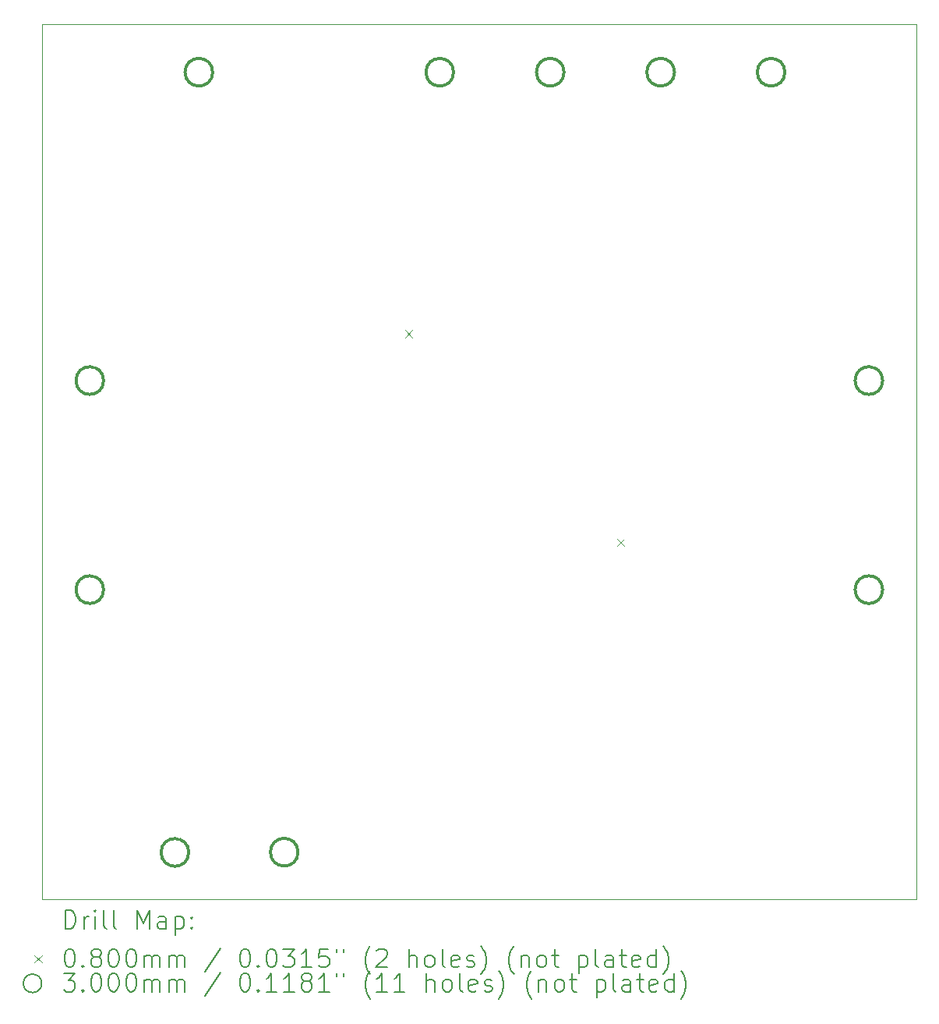
<source format=gbr>
%FSLAX45Y45*%
G04 Gerber Fmt 4.5, Leading zero omitted, Abs format (unit mm)*
G04 Created by KiCad (PCBNEW (6.0.6)) date 2023-04-23 20:48:18*
%MOMM*%
%LPD*%
G01*
G04 APERTURE LIST*
%TA.AperFunction,Profile*%
%ADD10C,0.100000*%
%TD*%
%ADD11C,0.200000*%
%ADD12C,0.080000*%
%ADD13C,0.300000*%
G04 APERTURE END LIST*
D10*
X5000000Y-14500000D02*
X5000000Y-5000000D01*
X14500000Y-5000000D02*
X14500000Y-14500000D01*
X5000000Y-14500000D02*
X14500000Y-14500000D01*
X14500000Y-5000000D02*
X5000000Y-5000000D01*
D11*
D12*
X8945000Y-8317500D02*
X9025000Y-8397500D01*
X9025000Y-8317500D02*
X8945000Y-8397500D01*
X11247500Y-10582500D02*
X11327500Y-10662500D01*
X11327500Y-10582500D02*
X11247500Y-10662500D01*
D13*
X5667500Y-8865000D02*
G75*
G03*
X5667500Y-8865000I-150000J0D01*
G01*
X5667500Y-11135000D02*
G75*
G03*
X5667500Y-11135000I-150000J0D01*
G01*
X6592500Y-13987500D02*
G75*
G03*
X6592500Y-13987500I-150000J0D01*
G01*
X6852500Y-5517500D02*
G75*
G03*
X6852500Y-5517500I-150000J0D01*
G01*
X7780000Y-13985000D02*
G75*
G03*
X7780000Y-13985000I-150000J0D01*
G01*
X9470000Y-5517500D02*
G75*
G03*
X9470000Y-5517500I-150000J0D01*
G01*
X10670000Y-5517500D02*
G75*
G03*
X10670000Y-5517500I-150000J0D01*
G01*
X11870000Y-5517500D02*
G75*
G03*
X11870000Y-5517500I-150000J0D01*
G01*
X13070000Y-5517500D02*
G75*
G03*
X13070000Y-5517500I-150000J0D01*
G01*
X14132500Y-8865000D02*
G75*
G03*
X14132500Y-8865000I-150000J0D01*
G01*
X14132500Y-11135000D02*
G75*
G03*
X14132500Y-11135000I-150000J0D01*
G01*
D11*
X5252619Y-14815476D02*
X5252619Y-14615476D01*
X5300238Y-14615476D01*
X5328810Y-14625000D01*
X5347857Y-14644048D01*
X5357381Y-14663095D01*
X5366905Y-14701190D01*
X5366905Y-14729762D01*
X5357381Y-14767857D01*
X5347857Y-14786905D01*
X5328810Y-14805952D01*
X5300238Y-14815476D01*
X5252619Y-14815476D01*
X5452619Y-14815476D02*
X5452619Y-14682143D01*
X5452619Y-14720238D02*
X5462143Y-14701190D01*
X5471667Y-14691667D01*
X5490714Y-14682143D01*
X5509762Y-14682143D01*
X5576429Y-14815476D02*
X5576429Y-14682143D01*
X5576429Y-14615476D02*
X5566905Y-14625000D01*
X5576429Y-14634524D01*
X5585952Y-14625000D01*
X5576429Y-14615476D01*
X5576429Y-14634524D01*
X5700238Y-14815476D02*
X5681190Y-14805952D01*
X5671667Y-14786905D01*
X5671667Y-14615476D01*
X5805000Y-14815476D02*
X5785952Y-14805952D01*
X5776428Y-14786905D01*
X5776428Y-14615476D01*
X6033571Y-14815476D02*
X6033571Y-14615476D01*
X6100238Y-14758333D01*
X6166905Y-14615476D01*
X6166905Y-14815476D01*
X6347857Y-14815476D02*
X6347857Y-14710714D01*
X6338333Y-14691667D01*
X6319286Y-14682143D01*
X6281190Y-14682143D01*
X6262143Y-14691667D01*
X6347857Y-14805952D02*
X6328809Y-14815476D01*
X6281190Y-14815476D01*
X6262143Y-14805952D01*
X6252619Y-14786905D01*
X6252619Y-14767857D01*
X6262143Y-14748809D01*
X6281190Y-14739286D01*
X6328809Y-14739286D01*
X6347857Y-14729762D01*
X6443095Y-14682143D02*
X6443095Y-14882143D01*
X6443095Y-14691667D02*
X6462143Y-14682143D01*
X6500238Y-14682143D01*
X6519286Y-14691667D01*
X6528809Y-14701190D01*
X6538333Y-14720238D01*
X6538333Y-14777381D01*
X6528809Y-14796428D01*
X6519286Y-14805952D01*
X6500238Y-14815476D01*
X6462143Y-14815476D01*
X6443095Y-14805952D01*
X6624048Y-14796428D02*
X6633571Y-14805952D01*
X6624048Y-14815476D01*
X6614524Y-14805952D01*
X6624048Y-14796428D01*
X6624048Y-14815476D01*
X6624048Y-14691667D02*
X6633571Y-14701190D01*
X6624048Y-14710714D01*
X6614524Y-14701190D01*
X6624048Y-14691667D01*
X6624048Y-14710714D01*
D12*
X4915000Y-15105000D02*
X4995000Y-15185000D01*
X4995000Y-15105000D02*
X4915000Y-15185000D01*
D11*
X5290714Y-15035476D02*
X5309762Y-15035476D01*
X5328810Y-15045000D01*
X5338333Y-15054524D01*
X5347857Y-15073571D01*
X5357381Y-15111667D01*
X5357381Y-15159286D01*
X5347857Y-15197381D01*
X5338333Y-15216428D01*
X5328810Y-15225952D01*
X5309762Y-15235476D01*
X5290714Y-15235476D01*
X5271667Y-15225952D01*
X5262143Y-15216428D01*
X5252619Y-15197381D01*
X5243095Y-15159286D01*
X5243095Y-15111667D01*
X5252619Y-15073571D01*
X5262143Y-15054524D01*
X5271667Y-15045000D01*
X5290714Y-15035476D01*
X5443095Y-15216428D02*
X5452619Y-15225952D01*
X5443095Y-15235476D01*
X5433571Y-15225952D01*
X5443095Y-15216428D01*
X5443095Y-15235476D01*
X5566905Y-15121190D02*
X5547857Y-15111667D01*
X5538333Y-15102143D01*
X5528810Y-15083095D01*
X5528810Y-15073571D01*
X5538333Y-15054524D01*
X5547857Y-15045000D01*
X5566905Y-15035476D01*
X5605000Y-15035476D01*
X5624048Y-15045000D01*
X5633571Y-15054524D01*
X5643095Y-15073571D01*
X5643095Y-15083095D01*
X5633571Y-15102143D01*
X5624048Y-15111667D01*
X5605000Y-15121190D01*
X5566905Y-15121190D01*
X5547857Y-15130714D01*
X5538333Y-15140238D01*
X5528810Y-15159286D01*
X5528810Y-15197381D01*
X5538333Y-15216428D01*
X5547857Y-15225952D01*
X5566905Y-15235476D01*
X5605000Y-15235476D01*
X5624048Y-15225952D01*
X5633571Y-15216428D01*
X5643095Y-15197381D01*
X5643095Y-15159286D01*
X5633571Y-15140238D01*
X5624048Y-15130714D01*
X5605000Y-15121190D01*
X5766905Y-15035476D02*
X5785952Y-15035476D01*
X5805000Y-15045000D01*
X5814524Y-15054524D01*
X5824048Y-15073571D01*
X5833571Y-15111667D01*
X5833571Y-15159286D01*
X5824048Y-15197381D01*
X5814524Y-15216428D01*
X5805000Y-15225952D01*
X5785952Y-15235476D01*
X5766905Y-15235476D01*
X5747857Y-15225952D01*
X5738333Y-15216428D01*
X5728809Y-15197381D01*
X5719286Y-15159286D01*
X5719286Y-15111667D01*
X5728809Y-15073571D01*
X5738333Y-15054524D01*
X5747857Y-15045000D01*
X5766905Y-15035476D01*
X5957381Y-15035476D02*
X5976428Y-15035476D01*
X5995476Y-15045000D01*
X6005000Y-15054524D01*
X6014524Y-15073571D01*
X6024048Y-15111667D01*
X6024048Y-15159286D01*
X6014524Y-15197381D01*
X6005000Y-15216428D01*
X5995476Y-15225952D01*
X5976428Y-15235476D01*
X5957381Y-15235476D01*
X5938333Y-15225952D01*
X5928809Y-15216428D01*
X5919286Y-15197381D01*
X5909762Y-15159286D01*
X5909762Y-15111667D01*
X5919286Y-15073571D01*
X5928809Y-15054524D01*
X5938333Y-15045000D01*
X5957381Y-15035476D01*
X6109762Y-15235476D02*
X6109762Y-15102143D01*
X6109762Y-15121190D02*
X6119286Y-15111667D01*
X6138333Y-15102143D01*
X6166905Y-15102143D01*
X6185952Y-15111667D01*
X6195476Y-15130714D01*
X6195476Y-15235476D01*
X6195476Y-15130714D02*
X6205000Y-15111667D01*
X6224048Y-15102143D01*
X6252619Y-15102143D01*
X6271667Y-15111667D01*
X6281190Y-15130714D01*
X6281190Y-15235476D01*
X6376428Y-15235476D02*
X6376428Y-15102143D01*
X6376428Y-15121190D02*
X6385952Y-15111667D01*
X6405000Y-15102143D01*
X6433571Y-15102143D01*
X6452619Y-15111667D01*
X6462143Y-15130714D01*
X6462143Y-15235476D01*
X6462143Y-15130714D02*
X6471667Y-15111667D01*
X6490714Y-15102143D01*
X6519286Y-15102143D01*
X6538333Y-15111667D01*
X6547857Y-15130714D01*
X6547857Y-15235476D01*
X6938333Y-15025952D02*
X6766905Y-15283095D01*
X7195476Y-15035476D02*
X7214524Y-15035476D01*
X7233571Y-15045000D01*
X7243095Y-15054524D01*
X7252619Y-15073571D01*
X7262143Y-15111667D01*
X7262143Y-15159286D01*
X7252619Y-15197381D01*
X7243095Y-15216428D01*
X7233571Y-15225952D01*
X7214524Y-15235476D01*
X7195476Y-15235476D01*
X7176428Y-15225952D01*
X7166905Y-15216428D01*
X7157381Y-15197381D01*
X7147857Y-15159286D01*
X7147857Y-15111667D01*
X7157381Y-15073571D01*
X7166905Y-15054524D01*
X7176428Y-15045000D01*
X7195476Y-15035476D01*
X7347857Y-15216428D02*
X7357381Y-15225952D01*
X7347857Y-15235476D01*
X7338333Y-15225952D01*
X7347857Y-15216428D01*
X7347857Y-15235476D01*
X7481190Y-15035476D02*
X7500238Y-15035476D01*
X7519286Y-15045000D01*
X7528809Y-15054524D01*
X7538333Y-15073571D01*
X7547857Y-15111667D01*
X7547857Y-15159286D01*
X7538333Y-15197381D01*
X7528809Y-15216428D01*
X7519286Y-15225952D01*
X7500238Y-15235476D01*
X7481190Y-15235476D01*
X7462143Y-15225952D01*
X7452619Y-15216428D01*
X7443095Y-15197381D01*
X7433571Y-15159286D01*
X7433571Y-15111667D01*
X7443095Y-15073571D01*
X7452619Y-15054524D01*
X7462143Y-15045000D01*
X7481190Y-15035476D01*
X7614524Y-15035476D02*
X7738333Y-15035476D01*
X7671667Y-15111667D01*
X7700238Y-15111667D01*
X7719286Y-15121190D01*
X7728809Y-15130714D01*
X7738333Y-15149762D01*
X7738333Y-15197381D01*
X7728809Y-15216428D01*
X7719286Y-15225952D01*
X7700238Y-15235476D01*
X7643095Y-15235476D01*
X7624048Y-15225952D01*
X7614524Y-15216428D01*
X7928809Y-15235476D02*
X7814524Y-15235476D01*
X7871667Y-15235476D02*
X7871667Y-15035476D01*
X7852619Y-15064048D01*
X7833571Y-15083095D01*
X7814524Y-15092619D01*
X8109762Y-15035476D02*
X8014524Y-15035476D01*
X8005000Y-15130714D01*
X8014524Y-15121190D01*
X8033571Y-15111667D01*
X8081190Y-15111667D01*
X8100238Y-15121190D01*
X8109762Y-15130714D01*
X8119286Y-15149762D01*
X8119286Y-15197381D01*
X8109762Y-15216428D01*
X8100238Y-15225952D01*
X8081190Y-15235476D01*
X8033571Y-15235476D01*
X8014524Y-15225952D01*
X8005000Y-15216428D01*
X8195476Y-15035476D02*
X8195476Y-15073571D01*
X8271667Y-15035476D02*
X8271667Y-15073571D01*
X8566905Y-15311667D02*
X8557381Y-15302143D01*
X8538333Y-15273571D01*
X8528810Y-15254524D01*
X8519286Y-15225952D01*
X8509762Y-15178333D01*
X8509762Y-15140238D01*
X8519286Y-15092619D01*
X8528810Y-15064048D01*
X8538333Y-15045000D01*
X8557381Y-15016428D01*
X8566905Y-15006905D01*
X8633571Y-15054524D02*
X8643095Y-15045000D01*
X8662143Y-15035476D01*
X8709762Y-15035476D01*
X8728810Y-15045000D01*
X8738333Y-15054524D01*
X8747857Y-15073571D01*
X8747857Y-15092619D01*
X8738333Y-15121190D01*
X8624048Y-15235476D01*
X8747857Y-15235476D01*
X8985952Y-15235476D02*
X8985952Y-15035476D01*
X9071667Y-15235476D02*
X9071667Y-15130714D01*
X9062143Y-15111667D01*
X9043095Y-15102143D01*
X9014524Y-15102143D01*
X8995476Y-15111667D01*
X8985952Y-15121190D01*
X9195476Y-15235476D02*
X9176429Y-15225952D01*
X9166905Y-15216428D01*
X9157381Y-15197381D01*
X9157381Y-15140238D01*
X9166905Y-15121190D01*
X9176429Y-15111667D01*
X9195476Y-15102143D01*
X9224048Y-15102143D01*
X9243095Y-15111667D01*
X9252619Y-15121190D01*
X9262143Y-15140238D01*
X9262143Y-15197381D01*
X9252619Y-15216428D01*
X9243095Y-15225952D01*
X9224048Y-15235476D01*
X9195476Y-15235476D01*
X9376429Y-15235476D02*
X9357381Y-15225952D01*
X9347857Y-15206905D01*
X9347857Y-15035476D01*
X9528810Y-15225952D02*
X9509762Y-15235476D01*
X9471667Y-15235476D01*
X9452619Y-15225952D01*
X9443095Y-15206905D01*
X9443095Y-15130714D01*
X9452619Y-15111667D01*
X9471667Y-15102143D01*
X9509762Y-15102143D01*
X9528810Y-15111667D01*
X9538333Y-15130714D01*
X9538333Y-15149762D01*
X9443095Y-15168809D01*
X9614524Y-15225952D02*
X9633571Y-15235476D01*
X9671667Y-15235476D01*
X9690714Y-15225952D01*
X9700238Y-15206905D01*
X9700238Y-15197381D01*
X9690714Y-15178333D01*
X9671667Y-15168809D01*
X9643095Y-15168809D01*
X9624048Y-15159286D01*
X9614524Y-15140238D01*
X9614524Y-15130714D01*
X9624048Y-15111667D01*
X9643095Y-15102143D01*
X9671667Y-15102143D01*
X9690714Y-15111667D01*
X9766905Y-15311667D02*
X9776429Y-15302143D01*
X9795476Y-15273571D01*
X9805000Y-15254524D01*
X9814524Y-15225952D01*
X9824048Y-15178333D01*
X9824048Y-15140238D01*
X9814524Y-15092619D01*
X9805000Y-15064048D01*
X9795476Y-15045000D01*
X9776429Y-15016428D01*
X9766905Y-15006905D01*
X10128810Y-15311667D02*
X10119286Y-15302143D01*
X10100238Y-15273571D01*
X10090714Y-15254524D01*
X10081190Y-15225952D01*
X10071667Y-15178333D01*
X10071667Y-15140238D01*
X10081190Y-15092619D01*
X10090714Y-15064048D01*
X10100238Y-15045000D01*
X10119286Y-15016428D01*
X10128810Y-15006905D01*
X10205000Y-15102143D02*
X10205000Y-15235476D01*
X10205000Y-15121190D02*
X10214524Y-15111667D01*
X10233571Y-15102143D01*
X10262143Y-15102143D01*
X10281190Y-15111667D01*
X10290714Y-15130714D01*
X10290714Y-15235476D01*
X10414524Y-15235476D02*
X10395476Y-15225952D01*
X10385952Y-15216428D01*
X10376429Y-15197381D01*
X10376429Y-15140238D01*
X10385952Y-15121190D01*
X10395476Y-15111667D01*
X10414524Y-15102143D01*
X10443095Y-15102143D01*
X10462143Y-15111667D01*
X10471667Y-15121190D01*
X10481190Y-15140238D01*
X10481190Y-15197381D01*
X10471667Y-15216428D01*
X10462143Y-15225952D01*
X10443095Y-15235476D01*
X10414524Y-15235476D01*
X10538333Y-15102143D02*
X10614524Y-15102143D01*
X10566905Y-15035476D02*
X10566905Y-15206905D01*
X10576429Y-15225952D01*
X10595476Y-15235476D01*
X10614524Y-15235476D01*
X10833571Y-15102143D02*
X10833571Y-15302143D01*
X10833571Y-15111667D02*
X10852619Y-15102143D01*
X10890714Y-15102143D01*
X10909762Y-15111667D01*
X10919286Y-15121190D01*
X10928810Y-15140238D01*
X10928810Y-15197381D01*
X10919286Y-15216428D01*
X10909762Y-15225952D01*
X10890714Y-15235476D01*
X10852619Y-15235476D01*
X10833571Y-15225952D01*
X11043095Y-15235476D02*
X11024048Y-15225952D01*
X11014524Y-15206905D01*
X11014524Y-15035476D01*
X11205000Y-15235476D02*
X11205000Y-15130714D01*
X11195476Y-15111667D01*
X11176429Y-15102143D01*
X11138333Y-15102143D01*
X11119286Y-15111667D01*
X11205000Y-15225952D02*
X11185952Y-15235476D01*
X11138333Y-15235476D01*
X11119286Y-15225952D01*
X11109762Y-15206905D01*
X11109762Y-15187857D01*
X11119286Y-15168809D01*
X11138333Y-15159286D01*
X11185952Y-15159286D01*
X11205000Y-15149762D01*
X11271667Y-15102143D02*
X11347857Y-15102143D01*
X11300238Y-15035476D02*
X11300238Y-15206905D01*
X11309762Y-15225952D01*
X11328809Y-15235476D01*
X11347857Y-15235476D01*
X11490714Y-15225952D02*
X11471667Y-15235476D01*
X11433571Y-15235476D01*
X11414524Y-15225952D01*
X11405000Y-15206905D01*
X11405000Y-15130714D01*
X11414524Y-15111667D01*
X11433571Y-15102143D01*
X11471667Y-15102143D01*
X11490714Y-15111667D01*
X11500238Y-15130714D01*
X11500238Y-15149762D01*
X11405000Y-15168809D01*
X11671667Y-15235476D02*
X11671667Y-15035476D01*
X11671667Y-15225952D02*
X11652619Y-15235476D01*
X11614524Y-15235476D01*
X11595476Y-15225952D01*
X11585952Y-15216428D01*
X11576428Y-15197381D01*
X11576428Y-15140238D01*
X11585952Y-15121190D01*
X11595476Y-15111667D01*
X11614524Y-15102143D01*
X11652619Y-15102143D01*
X11671667Y-15111667D01*
X11747857Y-15311667D02*
X11757381Y-15302143D01*
X11776428Y-15273571D01*
X11785952Y-15254524D01*
X11795476Y-15225952D01*
X11805000Y-15178333D01*
X11805000Y-15140238D01*
X11795476Y-15092619D01*
X11785952Y-15064048D01*
X11776428Y-15045000D01*
X11757381Y-15016428D01*
X11747857Y-15006905D01*
X4995000Y-15409000D02*
G75*
G03*
X4995000Y-15409000I-100000J0D01*
G01*
X5233571Y-15299476D02*
X5357381Y-15299476D01*
X5290714Y-15375667D01*
X5319286Y-15375667D01*
X5338333Y-15385190D01*
X5347857Y-15394714D01*
X5357381Y-15413762D01*
X5357381Y-15461381D01*
X5347857Y-15480428D01*
X5338333Y-15489952D01*
X5319286Y-15499476D01*
X5262143Y-15499476D01*
X5243095Y-15489952D01*
X5233571Y-15480428D01*
X5443095Y-15480428D02*
X5452619Y-15489952D01*
X5443095Y-15499476D01*
X5433571Y-15489952D01*
X5443095Y-15480428D01*
X5443095Y-15499476D01*
X5576429Y-15299476D02*
X5595476Y-15299476D01*
X5614524Y-15309000D01*
X5624048Y-15318524D01*
X5633571Y-15337571D01*
X5643095Y-15375667D01*
X5643095Y-15423286D01*
X5633571Y-15461381D01*
X5624048Y-15480428D01*
X5614524Y-15489952D01*
X5595476Y-15499476D01*
X5576429Y-15499476D01*
X5557381Y-15489952D01*
X5547857Y-15480428D01*
X5538333Y-15461381D01*
X5528810Y-15423286D01*
X5528810Y-15375667D01*
X5538333Y-15337571D01*
X5547857Y-15318524D01*
X5557381Y-15309000D01*
X5576429Y-15299476D01*
X5766905Y-15299476D02*
X5785952Y-15299476D01*
X5805000Y-15309000D01*
X5814524Y-15318524D01*
X5824048Y-15337571D01*
X5833571Y-15375667D01*
X5833571Y-15423286D01*
X5824048Y-15461381D01*
X5814524Y-15480428D01*
X5805000Y-15489952D01*
X5785952Y-15499476D01*
X5766905Y-15499476D01*
X5747857Y-15489952D01*
X5738333Y-15480428D01*
X5728809Y-15461381D01*
X5719286Y-15423286D01*
X5719286Y-15375667D01*
X5728809Y-15337571D01*
X5738333Y-15318524D01*
X5747857Y-15309000D01*
X5766905Y-15299476D01*
X5957381Y-15299476D02*
X5976428Y-15299476D01*
X5995476Y-15309000D01*
X6005000Y-15318524D01*
X6014524Y-15337571D01*
X6024048Y-15375667D01*
X6024048Y-15423286D01*
X6014524Y-15461381D01*
X6005000Y-15480428D01*
X5995476Y-15489952D01*
X5976428Y-15499476D01*
X5957381Y-15499476D01*
X5938333Y-15489952D01*
X5928809Y-15480428D01*
X5919286Y-15461381D01*
X5909762Y-15423286D01*
X5909762Y-15375667D01*
X5919286Y-15337571D01*
X5928809Y-15318524D01*
X5938333Y-15309000D01*
X5957381Y-15299476D01*
X6109762Y-15499476D02*
X6109762Y-15366143D01*
X6109762Y-15385190D02*
X6119286Y-15375667D01*
X6138333Y-15366143D01*
X6166905Y-15366143D01*
X6185952Y-15375667D01*
X6195476Y-15394714D01*
X6195476Y-15499476D01*
X6195476Y-15394714D02*
X6205000Y-15375667D01*
X6224048Y-15366143D01*
X6252619Y-15366143D01*
X6271667Y-15375667D01*
X6281190Y-15394714D01*
X6281190Y-15499476D01*
X6376428Y-15499476D02*
X6376428Y-15366143D01*
X6376428Y-15385190D02*
X6385952Y-15375667D01*
X6405000Y-15366143D01*
X6433571Y-15366143D01*
X6452619Y-15375667D01*
X6462143Y-15394714D01*
X6462143Y-15499476D01*
X6462143Y-15394714D02*
X6471667Y-15375667D01*
X6490714Y-15366143D01*
X6519286Y-15366143D01*
X6538333Y-15375667D01*
X6547857Y-15394714D01*
X6547857Y-15499476D01*
X6938333Y-15289952D02*
X6766905Y-15547095D01*
X7195476Y-15299476D02*
X7214524Y-15299476D01*
X7233571Y-15309000D01*
X7243095Y-15318524D01*
X7252619Y-15337571D01*
X7262143Y-15375667D01*
X7262143Y-15423286D01*
X7252619Y-15461381D01*
X7243095Y-15480428D01*
X7233571Y-15489952D01*
X7214524Y-15499476D01*
X7195476Y-15499476D01*
X7176428Y-15489952D01*
X7166905Y-15480428D01*
X7157381Y-15461381D01*
X7147857Y-15423286D01*
X7147857Y-15375667D01*
X7157381Y-15337571D01*
X7166905Y-15318524D01*
X7176428Y-15309000D01*
X7195476Y-15299476D01*
X7347857Y-15480428D02*
X7357381Y-15489952D01*
X7347857Y-15499476D01*
X7338333Y-15489952D01*
X7347857Y-15480428D01*
X7347857Y-15499476D01*
X7547857Y-15499476D02*
X7433571Y-15499476D01*
X7490714Y-15499476D02*
X7490714Y-15299476D01*
X7471667Y-15328048D01*
X7452619Y-15347095D01*
X7433571Y-15356619D01*
X7738333Y-15499476D02*
X7624048Y-15499476D01*
X7681190Y-15499476D02*
X7681190Y-15299476D01*
X7662143Y-15328048D01*
X7643095Y-15347095D01*
X7624048Y-15356619D01*
X7852619Y-15385190D02*
X7833571Y-15375667D01*
X7824048Y-15366143D01*
X7814524Y-15347095D01*
X7814524Y-15337571D01*
X7824048Y-15318524D01*
X7833571Y-15309000D01*
X7852619Y-15299476D01*
X7890714Y-15299476D01*
X7909762Y-15309000D01*
X7919286Y-15318524D01*
X7928809Y-15337571D01*
X7928809Y-15347095D01*
X7919286Y-15366143D01*
X7909762Y-15375667D01*
X7890714Y-15385190D01*
X7852619Y-15385190D01*
X7833571Y-15394714D01*
X7824048Y-15404238D01*
X7814524Y-15423286D01*
X7814524Y-15461381D01*
X7824048Y-15480428D01*
X7833571Y-15489952D01*
X7852619Y-15499476D01*
X7890714Y-15499476D01*
X7909762Y-15489952D01*
X7919286Y-15480428D01*
X7928809Y-15461381D01*
X7928809Y-15423286D01*
X7919286Y-15404238D01*
X7909762Y-15394714D01*
X7890714Y-15385190D01*
X8119286Y-15499476D02*
X8005000Y-15499476D01*
X8062143Y-15499476D02*
X8062143Y-15299476D01*
X8043095Y-15328048D01*
X8024048Y-15347095D01*
X8005000Y-15356619D01*
X8195476Y-15299476D02*
X8195476Y-15337571D01*
X8271667Y-15299476D02*
X8271667Y-15337571D01*
X8566905Y-15575667D02*
X8557381Y-15566143D01*
X8538333Y-15537571D01*
X8528810Y-15518524D01*
X8519286Y-15489952D01*
X8509762Y-15442333D01*
X8509762Y-15404238D01*
X8519286Y-15356619D01*
X8528810Y-15328048D01*
X8538333Y-15309000D01*
X8557381Y-15280428D01*
X8566905Y-15270905D01*
X8747857Y-15499476D02*
X8633571Y-15499476D01*
X8690714Y-15499476D02*
X8690714Y-15299476D01*
X8671667Y-15328048D01*
X8652619Y-15347095D01*
X8633571Y-15356619D01*
X8938333Y-15499476D02*
X8824048Y-15499476D01*
X8881190Y-15499476D02*
X8881190Y-15299476D01*
X8862143Y-15328048D01*
X8843095Y-15347095D01*
X8824048Y-15356619D01*
X9176429Y-15499476D02*
X9176429Y-15299476D01*
X9262143Y-15499476D02*
X9262143Y-15394714D01*
X9252619Y-15375667D01*
X9233571Y-15366143D01*
X9205000Y-15366143D01*
X9185952Y-15375667D01*
X9176429Y-15385190D01*
X9385952Y-15499476D02*
X9366905Y-15489952D01*
X9357381Y-15480428D01*
X9347857Y-15461381D01*
X9347857Y-15404238D01*
X9357381Y-15385190D01*
X9366905Y-15375667D01*
X9385952Y-15366143D01*
X9414524Y-15366143D01*
X9433571Y-15375667D01*
X9443095Y-15385190D01*
X9452619Y-15404238D01*
X9452619Y-15461381D01*
X9443095Y-15480428D01*
X9433571Y-15489952D01*
X9414524Y-15499476D01*
X9385952Y-15499476D01*
X9566905Y-15499476D02*
X9547857Y-15489952D01*
X9538333Y-15470905D01*
X9538333Y-15299476D01*
X9719286Y-15489952D02*
X9700238Y-15499476D01*
X9662143Y-15499476D01*
X9643095Y-15489952D01*
X9633571Y-15470905D01*
X9633571Y-15394714D01*
X9643095Y-15375667D01*
X9662143Y-15366143D01*
X9700238Y-15366143D01*
X9719286Y-15375667D01*
X9728810Y-15394714D01*
X9728810Y-15413762D01*
X9633571Y-15432809D01*
X9805000Y-15489952D02*
X9824048Y-15499476D01*
X9862143Y-15499476D01*
X9881190Y-15489952D01*
X9890714Y-15470905D01*
X9890714Y-15461381D01*
X9881190Y-15442333D01*
X9862143Y-15432809D01*
X9833571Y-15432809D01*
X9814524Y-15423286D01*
X9805000Y-15404238D01*
X9805000Y-15394714D01*
X9814524Y-15375667D01*
X9833571Y-15366143D01*
X9862143Y-15366143D01*
X9881190Y-15375667D01*
X9957381Y-15575667D02*
X9966905Y-15566143D01*
X9985952Y-15537571D01*
X9995476Y-15518524D01*
X10005000Y-15489952D01*
X10014524Y-15442333D01*
X10014524Y-15404238D01*
X10005000Y-15356619D01*
X9995476Y-15328048D01*
X9985952Y-15309000D01*
X9966905Y-15280428D01*
X9957381Y-15270905D01*
X10319286Y-15575667D02*
X10309762Y-15566143D01*
X10290714Y-15537571D01*
X10281190Y-15518524D01*
X10271667Y-15489952D01*
X10262143Y-15442333D01*
X10262143Y-15404238D01*
X10271667Y-15356619D01*
X10281190Y-15328048D01*
X10290714Y-15309000D01*
X10309762Y-15280428D01*
X10319286Y-15270905D01*
X10395476Y-15366143D02*
X10395476Y-15499476D01*
X10395476Y-15385190D02*
X10405000Y-15375667D01*
X10424048Y-15366143D01*
X10452619Y-15366143D01*
X10471667Y-15375667D01*
X10481190Y-15394714D01*
X10481190Y-15499476D01*
X10605000Y-15499476D02*
X10585952Y-15489952D01*
X10576429Y-15480428D01*
X10566905Y-15461381D01*
X10566905Y-15404238D01*
X10576429Y-15385190D01*
X10585952Y-15375667D01*
X10605000Y-15366143D01*
X10633571Y-15366143D01*
X10652619Y-15375667D01*
X10662143Y-15385190D01*
X10671667Y-15404238D01*
X10671667Y-15461381D01*
X10662143Y-15480428D01*
X10652619Y-15489952D01*
X10633571Y-15499476D01*
X10605000Y-15499476D01*
X10728810Y-15366143D02*
X10805000Y-15366143D01*
X10757381Y-15299476D02*
X10757381Y-15470905D01*
X10766905Y-15489952D01*
X10785952Y-15499476D01*
X10805000Y-15499476D01*
X11024048Y-15366143D02*
X11024048Y-15566143D01*
X11024048Y-15375667D02*
X11043095Y-15366143D01*
X11081190Y-15366143D01*
X11100238Y-15375667D01*
X11109762Y-15385190D01*
X11119286Y-15404238D01*
X11119286Y-15461381D01*
X11109762Y-15480428D01*
X11100238Y-15489952D01*
X11081190Y-15499476D01*
X11043095Y-15499476D01*
X11024048Y-15489952D01*
X11233571Y-15499476D02*
X11214524Y-15489952D01*
X11205000Y-15470905D01*
X11205000Y-15299476D01*
X11395476Y-15499476D02*
X11395476Y-15394714D01*
X11385952Y-15375667D01*
X11366905Y-15366143D01*
X11328809Y-15366143D01*
X11309762Y-15375667D01*
X11395476Y-15489952D02*
X11376428Y-15499476D01*
X11328809Y-15499476D01*
X11309762Y-15489952D01*
X11300238Y-15470905D01*
X11300238Y-15451857D01*
X11309762Y-15432809D01*
X11328809Y-15423286D01*
X11376428Y-15423286D01*
X11395476Y-15413762D01*
X11462143Y-15366143D02*
X11538333Y-15366143D01*
X11490714Y-15299476D02*
X11490714Y-15470905D01*
X11500238Y-15489952D01*
X11519286Y-15499476D01*
X11538333Y-15499476D01*
X11681190Y-15489952D02*
X11662143Y-15499476D01*
X11624048Y-15499476D01*
X11605000Y-15489952D01*
X11595476Y-15470905D01*
X11595476Y-15394714D01*
X11605000Y-15375667D01*
X11624048Y-15366143D01*
X11662143Y-15366143D01*
X11681190Y-15375667D01*
X11690714Y-15394714D01*
X11690714Y-15413762D01*
X11595476Y-15432809D01*
X11862143Y-15499476D02*
X11862143Y-15299476D01*
X11862143Y-15489952D02*
X11843095Y-15499476D01*
X11805000Y-15499476D01*
X11785952Y-15489952D01*
X11776428Y-15480428D01*
X11766905Y-15461381D01*
X11766905Y-15404238D01*
X11776428Y-15385190D01*
X11785952Y-15375667D01*
X11805000Y-15366143D01*
X11843095Y-15366143D01*
X11862143Y-15375667D01*
X11938333Y-15575667D02*
X11947857Y-15566143D01*
X11966905Y-15537571D01*
X11976428Y-15518524D01*
X11985952Y-15489952D01*
X11995476Y-15442333D01*
X11995476Y-15404238D01*
X11985952Y-15356619D01*
X11976428Y-15328048D01*
X11966905Y-15309000D01*
X11947857Y-15280428D01*
X11938333Y-15270905D01*
M02*

</source>
